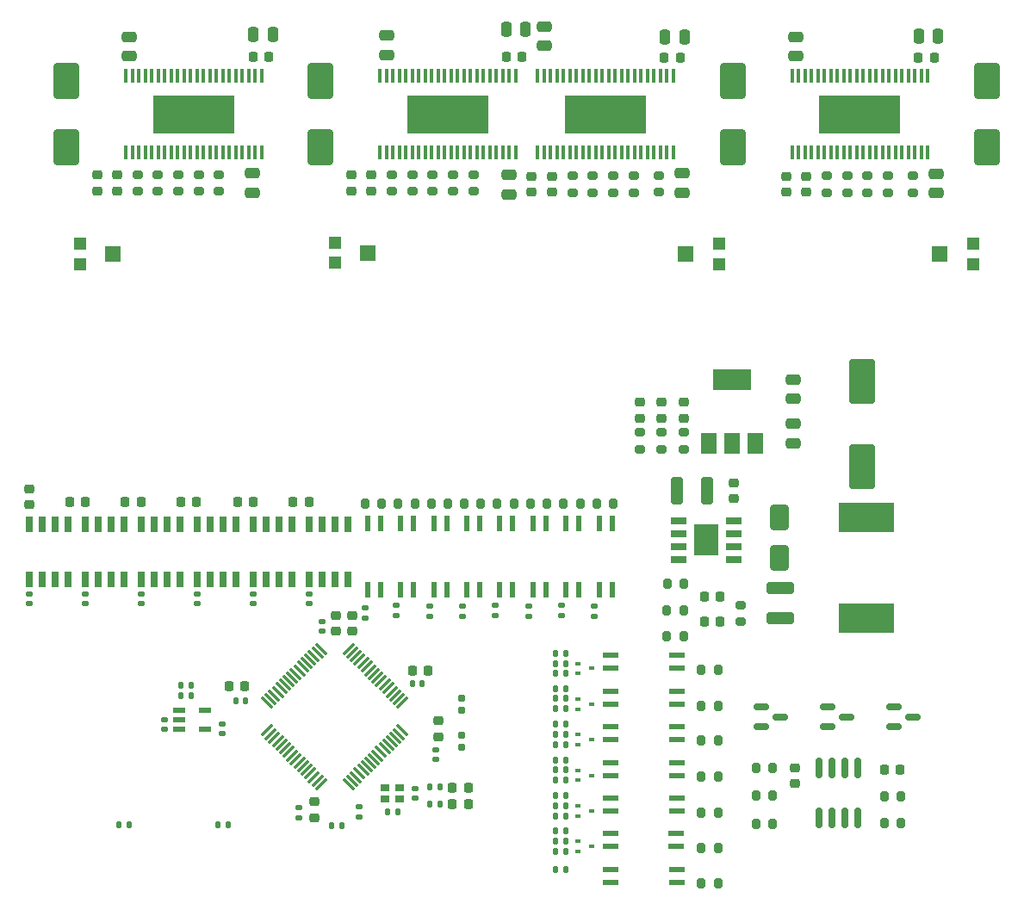
<source format=gtp>
G04 #@! TF.GenerationSoftware,KiCad,Pcbnew,7.0.8*
G04 #@! TF.CreationDate,2024-11-23T18:49:15+01:00*
G04 #@! TF.ProjectId,PCK-Controller,50434b2d-436f-46e7-9472-6f6c6c65722e,rev?*
G04 #@! TF.SameCoordinates,Original*
G04 #@! TF.FileFunction,Paste,Top*
G04 #@! TF.FilePolarity,Positive*
%FSLAX46Y46*%
G04 Gerber Fmt 4.6, Leading zero omitted, Abs format (unit mm)*
G04 Created by KiCad (PCBNEW 7.0.8) date 2024-11-23 18:49:15*
%MOMM*%
%LPD*%
G01*
G04 APERTURE LIST*
G04 Aperture macros list*
%AMRoundRect*
0 Rectangle with rounded corners*
0 $1 Rounding radius*
0 $2 $3 $4 $5 $6 $7 $8 $9 X,Y pos of 4 corners*
0 Add a 4 corners polygon primitive as box body*
4,1,4,$2,$3,$4,$5,$6,$7,$8,$9,$2,$3,0*
0 Add four circle primitives for the rounded corners*
1,1,$1+$1,$2,$3*
1,1,$1+$1,$4,$5*
1,1,$1+$1,$6,$7*
1,1,$1+$1,$8,$9*
0 Add four rect primitives between the rounded corners*
20,1,$1+$1,$2,$3,$4,$5,0*
20,1,$1+$1,$4,$5,$6,$7,0*
20,1,$1+$1,$6,$7,$8,$9,0*
20,1,$1+$1,$8,$9,$2,$3,0*%
G04 Aperture macros list end*
%ADD10RoundRect,0.218750X-0.256250X0.218750X-0.256250X-0.218750X0.256250X-0.218750X0.256250X0.218750X0*%
%ADD11RoundRect,0.137500X0.662500X0.137500X-0.662500X0.137500X-0.662500X-0.137500X0.662500X-0.137500X0*%
%ADD12RoundRect,0.250000X1.100000X-0.325000X1.100000X0.325000X-1.100000X0.325000X-1.100000X-0.325000X0*%
%ADD13RoundRect,0.135000X-0.135000X-0.185000X0.135000X-0.185000X0.135000X0.185000X-0.135000X0.185000X0*%
%ADD14RoundRect,0.200000X-0.275000X0.200000X-0.275000X-0.200000X0.275000X-0.200000X0.275000X0.200000X0*%
%ADD15RoundRect,0.200000X0.200000X0.275000X-0.200000X0.275000X-0.200000X-0.275000X0.200000X-0.275000X0*%
%ADD16RoundRect,0.225000X0.225000X0.250000X-0.225000X0.250000X-0.225000X-0.250000X0.225000X-0.250000X0*%
%ADD17RoundRect,0.160000X0.160000X-0.197500X0.160000X0.197500X-0.160000X0.197500X-0.160000X-0.197500X0*%
%ADD18R,0.435000X1.475000*%
%ADD19R,8.000000X3.800000*%
%ADD20RoundRect,0.140000X-0.170000X0.140000X-0.170000X-0.140000X0.170000X-0.140000X0.170000X0.140000X0*%
%ADD21RoundRect,0.135000X-0.185000X0.135000X-0.185000X-0.135000X0.185000X-0.135000X0.185000X0.135000X0*%
%ADD22RoundRect,0.250000X-0.475000X0.250000X-0.475000X-0.250000X0.475000X-0.250000X0.475000X0.250000X0*%
%ADD23R,1.500000X2.000000*%
%ADD24R,3.800000X2.000000*%
%ADD25RoundRect,0.250000X-0.325000X-1.100000X0.325000X-1.100000X0.325000X1.100000X-0.325000X1.100000X0*%
%ADD26RoundRect,0.250000X-0.650000X1.000000X-0.650000X-1.000000X0.650000X-1.000000X0.650000X1.000000X0*%
%ADD27RoundRect,0.250000X0.250000X0.475000X-0.250000X0.475000X-0.250000X-0.475000X0.250000X-0.475000X0*%
%ADD28RoundRect,0.225000X-0.250000X0.225000X-0.250000X-0.225000X0.250000X-0.225000X0.250000X0.225000X0*%
%ADD29RoundRect,0.150000X0.150000X-0.825000X0.150000X0.825000X-0.150000X0.825000X-0.150000X-0.825000X0*%
%ADD30R,1.525000X0.650000*%
%ADD31R,2.400000X3.100000*%
%ADD32RoundRect,0.075000X0.548008X-0.441942X-0.441942X0.548008X-0.548008X0.441942X0.441942X-0.548008X0*%
%ADD33RoundRect,0.075000X0.548008X0.441942X0.441942X0.548008X-0.548008X-0.441942X-0.441942X-0.548008X0*%
%ADD34RoundRect,0.140000X-0.140000X-0.170000X0.140000X-0.170000X0.140000X0.170000X-0.140000X0.170000X0*%
%ADD35RoundRect,0.250000X0.475000X-0.250000X0.475000X0.250000X-0.475000X0.250000X-0.475000X-0.250000X0*%
%ADD36RoundRect,0.135000X0.135000X0.185000X-0.135000X0.185000X-0.135000X-0.185000X0.135000X-0.185000X0*%
%ADD37R,0.650000X1.528000*%
%ADD38R,1.200000X1.200000*%
%ADD39R,1.500000X1.600000*%
%ADD40RoundRect,0.200000X0.275000X-0.200000X0.275000X0.200000X-0.275000X0.200000X-0.275000X-0.200000X0*%
%ADD41RoundRect,0.200000X-0.200000X-0.275000X0.200000X-0.275000X0.200000X0.275000X-0.200000X0.275000X0*%
%ADD42RoundRect,0.250000X-1.000000X1.950000X-1.000000X-1.950000X1.000000X-1.950000X1.000000X1.950000X0*%
%ADD43RoundRect,0.137500X-0.137500X0.662500X-0.137500X-0.662500X0.137500X-0.662500X0.137500X0.662500X0*%
%ADD44RoundRect,0.137500X-0.662500X-0.137500X0.662500X-0.137500X0.662500X0.137500X-0.662500X0.137500X0*%
%ADD45R,0.510000X0.400000*%
%ADD46RoundRect,0.250000X-1.000000X1.500000X-1.000000X-1.500000X1.000000X-1.500000X1.000000X1.500000X0*%
%ADD47RoundRect,0.140000X0.170000X-0.140000X0.170000X0.140000X-0.170000X0.140000X-0.170000X-0.140000X0*%
%ADD48RoundRect,0.218750X0.218750X0.256250X-0.218750X0.256250X-0.218750X-0.256250X0.218750X-0.256250X0*%
%ADD49RoundRect,0.225000X0.250000X-0.225000X0.250000X0.225000X-0.250000X0.225000X-0.250000X-0.225000X0*%
%ADD50RoundRect,0.225000X-0.225000X-0.250000X0.225000X-0.250000X0.225000X0.250000X-0.225000X0.250000X0*%
%ADD51RoundRect,0.160000X-0.160000X0.197500X-0.160000X-0.197500X0.160000X-0.197500X0.160000X0.197500X0*%
%ADD52RoundRect,0.140000X0.140000X0.170000X-0.140000X0.170000X-0.140000X-0.170000X0.140000X-0.170000X0*%
%ADD53R,5.400000X2.900000*%
%ADD54RoundRect,0.150000X-0.587500X-0.150000X0.587500X-0.150000X0.587500X0.150000X-0.587500X0.150000X0*%
%ADD55RoundRect,0.250000X-0.250000X-0.475000X0.250000X-0.475000X0.250000X0.475000X-0.250000X0.475000X0*%
%ADD56R,0.900000X0.800000*%
%ADD57R,1.200000X0.600000*%
G04 APERTURE END LIST*
D10*
X161086800Y-95826100D03*
X161086800Y-97401100D03*
D11*
X164743200Y-143078200D03*
X164743200Y-141808200D03*
X158243200Y-141808200D03*
X158243200Y-143078200D03*
D12*
X174955200Y-117045000D03*
X174955200Y-114095000D03*
D13*
X152804400Y-131000000D03*
X153824400Y-131000000D03*
D14*
X142750000Y-73425000D03*
X142750000Y-75075000D03*
D15*
X135758200Y-105765600D03*
X134108200Y-105765600D03*
D16*
X122288600Y-123748800D03*
X120738600Y-123748800D03*
D17*
X143588646Y-129722440D03*
X143588646Y-128527440D03*
D16*
X165087600Y-61914400D03*
X163537600Y-61914400D03*
D18*
X164418000Y-63712000D03*
X163782000Y-63712000D03*
X163148000Y-63712000D03*
X162512000Y-63712000D03*
X161878000Y-63712000D03*
X161242000Y-63712000D03*
X160608000Y-63712000D03*
X159972000Y-63712000D03*
X159338000Y-63712000D03*
X158702000Y-63712000D03*
X158068000Y-63712000D03*
X157432000Y-63712000D03*
X156798000Y-63712000D03*
X156162000Y-63712000D03*
X155528000Y-63712000D03*
X154892000Y-63712000D03*
X154258000Y-63712000D03*
X153622000Y-63712000D03*
X152988000Y-63712000D03*
X152352000Y-63712000D03*
X151718000Y-63712000D03*
X151082000Y-63712000D03*
X151082000Y-71288000D03*
X151718000Y-71288000D03*
X152352000Y-71288000D03*
X152988000Y-71288000D03*
X153622000Y-71288000D03*
X154258000Y-71288000D03*
X154892000Y-71288000D03*
X155528000Y-71288000D03*
X156162000Y-71288000D03*
X156798000Y-71288000D03*
X157432000Y-71288000D03*
X158068000Y-71288000D03*
X158702000Y-71288000D03*
X159338000Y-71288000D03*
X159972000Y-71288000D03*
X160608000Y-71288000D03*
X161242000Y-71288000D03*
X161878000Y-71288000D03*
X162512000Y-71288000D03*
X163148000Y-71288000D03*
X163782000Y-71288000D03*
X164418000Y-71288000D03*
D19*
X157750000Y-67500000D03*
D16*
X123101400Y-105664000D03*
X121551400Y-105664000D03*
D20*
X141032199Y-130007341D03*
X141032199Y-130967341D03*
D21*
X134112000Y-116025200D03*
X134112000Y-117045200D03*
D16*
X112077800Y-105664000D03*
X110527800Y-105664000D03*
D22*
X176229719Y-93573632D03*
X176229719Y-95473632D03*
D13*
X140460000Y-133690332D03*
X141480000Y-133690332D03*
D23*
X167895600Y-99872800D03*
X170195600Y-99872800D03*
D24*
X170195600Y-93572800D03*
D23*
X172495600Y-99872800D03*
D15*
X152004600Y-105765600D03*
X150354600Y-105765600D03*
D14*
X119750000Y-73425000D03*
X119750000Y-75075000D03*
D25*
X164742600Y-104495600D03*
X167692600Y-104495600D03*
D21*
X156666000Y-115828600D03*
X156666000Y-116848600D03*
D14*
X111750000Y-73425000D03*
X111750000Y-75075000D03*
D26*
X174802800Y-107169200D03*
X174802800Y-111169200D03*
D27*
X190434000Y-59842400D03*
X188534000Y-59842400D03*
D14*
X179500000Y-73550000D03*
X179500000Y-75200000D03*
D16*
X149542800Y-61889000D03*
X147992800Y-61889000D03*
D28*
X129082800Y-135115000D03*
X129082800Y-136665000D03*
D29*
X178714400Y-136725200D03*
X179984400Y-136725200D03*
X181254400Y-136725200D03*
X182524400Y-136725200D03*
X182524400Y-131775200D03*
X181254400Y-131775200D03*
X179984400Y-131775200D03*
X178714400Y-131775200D03*
D30*
X164928000Y-107467400D03*
X164928000Y-108737400D03*
X164928000Y-110007400D03*
X164928000Y-111277400D03*
X170352000Y-111277400D03*
X170352000Y-110007400D03*
X170352000Y-108737400D03*
X170352000Y-107467400D03*
D31*
X167640000Y-109372400D03*
D32*
X132495731Y-133394481D03*
X132849284Y-133040928D03*
X133202837Y-132687375D03*
X133556391Y-132333821D03*
X133909944Y-131980268D03*
X134263498Y-131626714D03*
X134617051Y-131273161D03*
X134970604Y-130919608D03*
X135324158Y-130566054D03*
X135677711Y-130212501D03*
X136031264Y-129858948D03*
X136384818Y-129505394D03*
X136738371Y-129151841D03*
X137091925Y-128798287D03*
X137445478Y-128444734D03*
X137799031Y-128091181D03*
D33*
X137799031Y-125368819D03*
X137445478Y-125015266D03*
X137091925Y-124661713D03*
X136738371Y-124308159D03*
X136384818Y-123954606D03*
X136031264Y-123601052D03*
X135677711Y-123247499D03*
X135324158Y-122893946D03*
X134970604Y-122540392D03*
X134617051Y-122186839D03*
X134263498Y-121833286D03*
X133909944Y-121479732D03*
X133556391Y-121126179D03*
X133202837Y-120772625D03*
X132849284Y-120419072D03*
X132495731Y-120065519D03*
D32*
X129773369Y-120065519D03*
X129419816Y-120419072D03*
X129066263Y-120772625D03*
X128712709Y-121126179D03*
X128359156Y-121479732D03*
X128005602Y-121833286D03*
X127652049Y-122186839D03*
X127298496Y-122540392D03*
X126944942Y-122893946D03*
X126591389Y-123247499D03*
X126237836Y-123601052D03*
X125884282Y-123954606D03*
X125530729Y-124308159D03*
X125177175Y-124661713D03*
X124823622Y-125015266D03*
X124470069Y-125368819D03*
D33*
X124470069Y-128091181D03*
X124823622Y-128444734D03*
X125177175Y-128798287D03*
X125530729Y-129151841D03*
X125884282Y-129505394D03*
X126237836Y-129858948D03*
X126591389Y-130212501D03*
X126944942Y-130566054D03*
X127298496Y-130919608D03*
X127652049Y-131273161D03*
X128005602Y-131626714D03*
X128359156Y-131980268D03*
X128712709Y-132333821D03*
X129066263Y-132687375D03*
X129419816Y-133040928D03*
X129773369Y-133394481D03*
D20*
X127609600Y-135714800D03*
X127609600Y-136674800D03*
D34*
X138759486Y-123479166D03*
X139719486Y-123479166D03*
D27*
X165491200Y-59893200D03*
X163591200Y-59893200D03*
D35*
X148285200Y-75372000D03*
X148285200Y-73472000D03*
D36*
X153824400Y-121500000D03*
X152804400Y-121500000D03*
D37*
X112095000Y-113211000D03*
X113365000Y-113211000D03*
X114635000Y-113211000D03*
X115905000Y-113211000D03*
X115905000Y-107789000D03*
X114635000Y-107789000D03*
X113365000Y-107789000D03*
X112095000Y-107789000D03*
D38*
X193859000Y-82229200D03*
D39*
X190609000Y-81229200D03*
D38*
X193859000Y-80229200D03*
D40*
X113750000Y-75075000D03*
X113750000Y-73425000D03*
D41*
X172555400Y-137261600D03*
X174205400Y-137261600D03*
D37*
X117595000Y-113211000D03*
X118865000Y-113211000D03*
X120135000Y-113211000D03*
X121405000Y-113211000D03*
X121405000Y-107789000D03*
X120135000Y-107789000D03*
X118865000Y-107789000D03*
X117595000Y-107789000D03*
D27*
X125029000Y-59690000D03*
X123129000Y-59690000D03*
D14*
X117750000Y-73425000D03*
X117750000Y-75075000D03*
D42*
X182930800Y-93793200D03*
X182930800Y-102193200D03*
D43*
X135635000Y-107750000D03*
X134365000Y-107750000D03*
X134365000Y-114250000D03*
X135635000Y-114250000D03*
D28*
X109750000Y-73475000D03*
X109750000Y-75025000D03*
X134750000Y-73475000D03*
X134750000Y-75025000D03*
D44*
X158243200Y-131241800D03*
X158243200Y-132511800D03*
X164743200Y-132511800D03*
X164743200Y-131241800D03*
D20*
X117602000Y-114672800D03*
X117602000Y-115632800D03*
X128600200Y-114672800D03*
X128600200Y-115632800D03*
D45*
X155057000Y-128500000D03*
X155057000Y-129500000D03*
X156347000Y-129000000D03*
D43*
X148635000Y-107750000D03*
X147365000Y-107750000D03*
X147365000Y-114250000D03*
X148635000Y-114250000D03*
D35*
X176428400Y-61772200D03*
X176428400Y-59872200D03*
D46*
X129750000Y-64250000D03*
X129750000Y-70750000D03*
D45*
X155057000Y-138996800D03*
X155057000Y-139996800D03*
X156347000Y-139496800D03*
D36*
X153824400Y-138988800D03*
X152804400Y-138988800D03*
D28*
X132839846Y-116776200D03*
X132839846Y-118326200D03*
D36*
X153824400Y-131978400D03*
X152804400Y-131978400D03*
D45*
X155063990Y-132010946D03*
X155063990Y-133010946D03*
X156353990Y-132510946D03*
D13*
X152804400Y-140004800D03*
X153824400Y-140004800D03*
D41*
X163767000Y-116281200D03*
X165417000Y-116281200D03*
D14*
X140750000Y-73425000D03*
X140750000Y-75075000D03*
D18*
X148918000Y-63712000D03*
X148282000Y-63712000D03*
X147648000Y-63712000D03*
X147012000Y-63712000D03*
X146378000Y-63712000D03*
X145742000Y-63712000D03*
X145108000Y-63712000D03*
X144472000Y-63712000D03*
X143838000Y-63712000D03*
X143202000Y-63712000D03*
X142568000Y-63712000D03*
X141932000Y-63712000D03*
X141298000Y-63712000D03*
X140662000Y-63712000D03*
X140028000Y-63712000D03*
X139392000Y-63712000D03*
X138758000Y-63712000D03*
X138122000Y-63712000D03*
X137488000Y-63712000D03*
X136852000Y-63712000D03*
X136218000Y-63712000D03*
X135582000Y-63712000D03*
X135582000Y-71288000D03*
X136218000Y-71288000D03*
X136852000Y-71288000D03*
X137488000Y-71288000D03*
X138122000Y-71288000D03*
X138758000Y-71288000D03*
X139392000Y-71288000D03*
X140028000Y-71288000D03*
X140662000Y-71288000D03*
X141298000Y-71288000D03*
X141932000Y-71288000D03*
X142568000Y-71288000D03*
X143202000Y-71288000D03*
X143838000Y-71288000D03*
X144472000Y-71288000D03*
X145108000Y-71288000D03*
X145742000Y-71288000D03*
X146378000Y-71288000D03*
X147012000Y-71288000D03*
X147648000Y-71288000D03*
X148282000Y-71288000D03*
X148918000Y-71288000D03*
D19*
X142250000Y-67500000D03*
D21*
X137158800Y-115803200D03*
X137158800Y-116823200D03*
D28*
X177500000Y-73600000D03*
X177500000Y-75150000D03*
D15*
X155255800Y-105765600D03*
X153605800Y-105765600D03*
D41*
X167175000Y-136150000D03*
X168825000Y-136150000D03*
D21*
X140435400Y-115828600D03*
X140435400Y-116848600D03*
D20*
X106578400Y-114672800D03*
X106578400Y-115632800D03*
D40*
X161086800Y-100443800D03*
X161086800Y-98793800D03*
D38*
X131118200Y-80127600D03*
D39*
X134368200Y-81127600D03*
D38*
X131118200Y-82127600D03*
D41*
X185153800Y-137210800D03*
X186803800Y-137210800D03*
D47*
X129911031Y-118318073D03*
X129911031Y-117358073D03*
D15*
X168825000Y-139650000D03*
X167175000Y-139650000D03*
D44*
X158243200Y-127736600D03*
X158243200Y-129006600D03*
X164743200Y-129006600D03*
X164743200Y-127736600D03*
D41*
X167175000Y-132650000D03*
X168825000Y-132650000D03*
D43*
X151885000Y-107750000D03*
X150615000Y-107750000D03*
X150615000Y-114250000D03*
X151885000Y-114250000D03*
D13*
X152804400Y-132994400D03*
X153824400Y-132994400D03*
D10*
X163271200Y-95826100D03*
X163271200Y-97401100D03*
D13*
X152804400Y-120497600D03*
X153824400Y-120497600D03*
D48*
X144246700Y-133692372D03*
X142671700Y-133692372D03*
D14*
X136750000Y-73425000D03*
X136750000Y-75075000D03*
D15*
X168825000Y-143150000D03*
X167175000Y-143150000D03*
D20*
X138988800Y-133784400D03*
X138988800Y-134744400D03*
D14*
X188000000Y-73550000D03*
X188000000Y-75200000D03*
D28*
X175500000Y-73600000D03*
X175500000Y-75150000D03*
D49*
X141308507Y-128702605D03*
X141308507Y-127152605D03*
D44*
X158221562Y-138247620D03*
X158221562Y-139517620D03*
X164721562Y-139517620D03*
X164721562Y-138247620D03*
D41*
X167175000Y-122145000D03*
X168825000Y-122145000D03*
D37*
X101095000Y-113211000D03*
X102365000Y-113211000D03*
X103635000Y-113211000D03*
X104905000Y-113211000D03*
X104905000Y-107789000D03*
X103635000Y-107789000D03*
X102365000Y-107789000D03*
X101095000Y-107789000D03*
D44*
X158237591Y-134717837D03*
X158237591Y-135987837D03*
X164737591Y-135987837D03*
X164737591Y-134717837D03*
D36*
X131828000Y-137464800D03*
X130808000Y-137464800D03*
D34*
X136348672Y-136144000D03*
X137308672Y-136144000D03*
D50*
X185153000Y-131927600D03*
X186703000Y-131927600D03*
D43*
X155135000Y-107750000D03*
X153865000Y-107750000D03*
X153865000Y-114250000D03*
X155135000Y-114250000D03*
D22*
X190246000Y-73370400D03*
X190246000Y-75270400D03*
D10*
X165455600Y-95826100D03*
X165455600Y-97401100D03*
D15*
X145503400Y-105765600D03*
X143853400Y-105765600D03*
D20*
X120091200Y-127434400D03*
X120091200Y-128394400D03*
D13*
X152804400Y-129489200D03*
X153824400Y-129489200D03*
X152804400Y-134500000D03*
X153824400Y-134500000D03*
D15*
X158508200Y-105765600D03*
X156858200Y-105765600D03*
D22*
X165250000Y-73300000D03*
X165250000Y-75200000D03*
D43*
X142135000Y-107750000D03*
X140865000Y-107750000D03*
X140865000Y-114250000D03*
X142135000Y-114250000D03*
D35*
X110947200Y-61772200D03*
X110947200Y-59872200D03*
D28*
X176326800Y-131798800D03*
X176326800Y-133348800D03*
D40*
X163271200Y-100443800D03*
X163271200Y-98793800D03*
D51*
X143582067Y-124918391D03*
X143582067Y-126113391D03*
D45*
X155057000Y-121500000D03*
X155057000Y-122500000D03*
X156347000Y-122000000D03*
D16*
X190055800Y-61925200D03*
X188505800Y-61925200D03*
D13*
X152804400Y-124000000D03*
X153824400Y-124000000D03*
D46*
X170250000Y-64250000D03*
X170250000Y-70750000D03*
D52*
X122377785Y-125222000D03*
X121417785Y-125222000D03*
D36*
X153824400Y-124968000D03*
X152804400Y-124968000D03*
D45*
X155057000Y-125000000D03*
X155057000Y-126000000D03*
X156347000Y-125500000D03*
X155057000Y-135491600D03*
X155057000Y-136491600D03*
X156347000Y-135991600D03*
D40*
X156500000Y-75200000D03*
X156500000Y-73550000D03*
D13*
X152804400Y-122478800D03*
X153824400Y-122478800D03*
D46*
X195250000Y-64250000D03*
X195250000Y-70750000D03*
D43*
X138885000Y-107750000D03*
X137615000Y-107750000D03*
X137615000Y-114250000D03*
X138885000Y-114250000D03*
D16*
X124625400Y-61889000D03*
X123075400Y-61889000D03*
D41*
X167175000Y-125650000D03*
X168825000Y-125650000D03*
D14*
X170992800Y-115761000D03*
X170992800Y-117411000D03*
D41*
X163817800Y-113690400D03*
X165467800Y-113690400D03*
D16*
X169024600Y-114960400D03*
X167474600Y-114960400D03*
D20*
X133502400Y-135613200D03*
X133502400Y-136573200D03*
D15*
X174205400Y-131826000D03*
X172555400Y-131826000D03*
D36*
X116994400Y-123698000D03*
X115974400Y-123698000D03*
D53*
X183388000Y-107165600D03*
X183388000Y-117065600D03*
D13*
X140460000Y-135331200D03*
X141480000Y-135331200D03*
D14*
X163000000Y-73495400D03*
X163000000Y-75145400D03*
X154500000Y-73550000D03*
X154500000Y-75200000D03*
D28*
X152500000Y-73600000D03*
X152500000Y-75150000D03*
D16*
X117564200Y-105664000D03*
X116014200Y-105664000D03*
D50*
X138773688Y-122255516D03*
X140323688Y-122255516D03*
D44*
X158243200Y-120726200D03*
X158243200Y-121996200D03*
X164743200Y-121996200D03*
X164743200Y-120726200D03*
D13*
X152804400Y-141803344D03*
X153824400Y-141803344D03*
D28*
X132750000Y-73475000D03*
X132750000Y-75025000D03*
D13*
X152804400Y-125984000D03*
X153824400Y-125984000D03*
D48*
X144246700Y-135331200D03*
X142671700Y-135331200D03*
D15*
X138999800Y-105765600D03*
X137349800Y-105765600D03*
X165417000Y-118872000D03*
X163767000Y-118872000D03*
D14*
X183500000Y-73550000D03*
X183500000Y-75200000D03*
D41*
X172555400Y-134518400D03*
X174205400Y-134518400D03*
D43*
X145385000Y-107750000D03*
X144115000Y-107750000D03*
X144115000Y-114250000D03*
X145385000Y-114250000D03*
D38*
X168882800Y-82243800D03*
D39*
X165632800Y-81243800D03*
D38*
X168882800Y-80243800D03*
D14*
X160500000Y-73550000D03*
X160500000Y-75200000D03*
D36*
X110898400Y-137363200D03*
X109878400Y-137363200D03*
D54*
X186062500Y-125800000D03*
X186062500Y-127700000D03*
X187937500Y-126750000D03*
D14*
X158500000Y-73550000D03*
X158500000Y-75200000D03*
D35*
X151688800Y-60792400D03*
X151688800Y-58892400D03*
D18*
X189418000Y-63712000D03*
X188782000Y-63712000D03*
X188148000Y-63712000D03*
X187512000Y-63712000D03*
X186878000Y-63712000D03*
X186242000Y-63712000D03*
X185608000Y-63712000D03*
X184972000Y-63712000D03*
X184338000Y-63712000D03*
X183702000Y-63712000D03*
X183068000Y-63712000D03*
X182432000Y-63712000D03*
X181798000Y-63712000D03*
X181162000Y-63712000D03*
X180528000Y-63712000D03*
X179892000Y-63712000D03*
X179258000Y-63712000D03*
X178622000Y-63712000D03*
X177988000Y-63712000D03*
X177352000Y-63712000D03*
X176718000Y-63712000D03*
X176082000Y-63712000D03*
X176082000Y-71288000D03*
X176718000Y-71288000D03*
X177352000Y-71288000D03*
X177988000Y-71288000D03*
X178622000Y-71288000D03*
X179258000Y-71288000D03*
X179892000Y-71288000D03*
X180528000Y-71288000D03*
X181162000Y-71288000D03*
X181798000Y-71288000D03*
X182432000Y-71288000D03*
X183068000Y-71288000D03*
X183702000Y-71288000D03*
X184338000Y-71288000D03*
X184972000Y-71288000D03*
X185608000Y-71288000D03*
X186242000Y-71288000D03*
X186878000Y-71288000D03*
X187512000Y-71288000D03*
X188148000Y-71288000D03*
X188782000Y-71288000D03*
X189418000Y-71288000D03*
D19*
X182750000Y-67500000D03*
D21*
X153414800Y-115822000D03*
X153414800Y-116842000D03*
D13*
X152804400Y-127500000D03*
X153824400Y-127500000D03*
X152804400Y-138000000D03*
X153824400Y-138000000D03*
D36*
X116994400Y-124663200D03*
X115974400Y-124663200D03*
D14*
X144750000Y-73425000D03*
X144750000Y-75075000D03*
D54*
X173062500Y-125800000D03*
X173062500Y-127700000D03*
X174937500Y-126750000D03*
D35*
X176213857Y-99835524D03*
X176213857Y-97935524D03*
D14*
X115750000Y-73425000D03*
X115750000Y-75075000D03*
D37*
X123095000Y-113211000D03*
X124365000Y-113211000D03*
X125635000Y-113211000D03*
X126905000Y-113211000D03*
X126905000Y-107789000D03*
X125635000Y-107789000D03*
X124365000Y-107789000D03*
X123095000Y-107789000D03*
D36*
X153824400Y-135483600D03*
X152804400Y-135483600D03*
D41*
X167175000Y-129082800D03*
X168825000Y-129082800D03*
D18*
X123918000Y-63712000D03*
X123282000Y-63712000D03*
X122648000Y-63712000D03*
X122012000Y-63712000D03*
X121378000Y-63712000D03*
X120742000Y-63712000D03*
X120108000Y-63712000D03*
X119472000Y-63712000D03*
X118838000Y-63712000D03*
X118202000Y-63712000D03*
X117568000Y-63712000D03*
X116932000Y-63712000D03*
X116298000Y-63712000D03*
X115662000Y-63712000D03*
X115028000Y-63712000D03*
X114392000Y-63712000D03*
X113758000Y-63712000D03*
X113122000Y-63712000D03*
X112488000Y-63712000D03*
X111852000Y-63712000D03*
X111218000Y-63712000D03*
X110582000Y-63712000D03*
X110582000Y-71288000D03*
X111218000Y-71288000D03*
X111852000Y-71288000D03*
X112488000Y-71288000D03*
X113122000Y-71288000D03*
X113758000Y-71288000D03*
X114392000Y-71288000D03*
X115028000Y-71288000D03*
X115662000Y-71288000D03*
X116298000Y-71288000D03*
X116932000Y-71288000D03*
X117568000Y-71288000D03*
X118202000Y-71288000D03*
X118838000Y-71288000D03*
X119472000Y-71288000D03*
X120108000Y-71288000D03*
X120742000Y-71288000D03*
X121378000Y-71288000D03*
X122012000Y-71288000D03*
X122648000Y-71288000D03*
X123282000Y-71288000D03*
X123918000Y-71288000D03*
D19*
X117250000Y-67500000D03*
D37*
X106595000Y-113211000D03*
X107865000Y-113211000D03*
X109135000Y-113211000D03*
X110405000Y-113211000D03*
X110405000Y-107789000D03*
X109135000Y-107789000D03*
X107865000Y-107789000D03*
X106595000Y-107789000D03*
D16*
X169024600Y-117398800D03*
X167474600Y-117398800D03*
D15*
X186803800Y-134569200D03*
X185153800Y-134569200D03*
D54*
X179562500Y-125800000D03*
X179562500Y-127700000D03*
X181437500Y-126750000D03*
D21*
X146912400Y-115822000D03*
X146912400Y-116842000D03*
D40*
X138750000Y-75075000D03*
X138750000Y-73425000D03*
D55*
X147995600Y-59131200D03*
X149895600Y-59131200D03*
D15*
X148753400Y-105765600D03*
X147103400Y-105765600D03*
D43*
X158385000Y-107750000D03*
X157115000Y-107750000D03*
X157115000Y-114250000D03*
X158385000Y-114250000D03*
D38*
X106089600Y-80218400D03*
D39*
X109339600Y-81218400D03*
D38*
X106089600Y-82218400D03*
D56*
X137504400Y-133714400D03*
X136104400Y-133714400D03*
X136104400Y-134814400D03*
X137504400Y-134814400D03*
D28*
X107750000Y-73475000D03*
X107750000Y-75025000D03*
D47*
X114350800Y-127988000D03*
X114350800Y-127028000D03*
D21*
X143686600Y-115828600D03*
X143686600Y-116848600D03*
D28*
X170383200Y-103771400D03*
X170383200Y-105321400D03*
D21*
X150163600Y-115828600D03*
X150163600Y-116848600D03*
D15*
X142251000Y-105765600D03*
X140601000Y-105765600D03*
D28*
X150500000Y-73600000D03*
X150500000Y-75150000D03*
D20*
X123088400Y-114672800D03*
X123088400Y-115632800D03*
D35*
X136194800Y-61656000D03*
X136194800Y-59756000D03*
D16*
X128587800Y-105613200D03*
X127037800Y-105613200D03*
D49*
X131236273Y-118318829D03*
X131236273Y-116768829D03*
D40*
X165455600Y-100443800D03*
X165455600Y-98793800D03*
D16*
X106591400Y-105664000D03*
X105041400Y-105664000D03*
D46*
X104750000Y-64250000D03*
X104750000Y-70750000D03*
D36*
X120652000Y-137363200D03*
X119632000Y-137363200D03*
D35*
X123000000Y-75200000D03*
X123000000Y-73300000D03*
D20*
X112090200Y-114672800D03*
X112090200Y-115632800D03*
D14*
X185500000Y-73550000D03*
X185500000Y-75200000D03*
D40*
X181500000Y-75200000D03*
X181500000Y-73550000D03*
D49*
X101092000Y-105880200D03*
X101092000Y-104330200D03*
D20*
X101090000Y-114672800D03*
X101090000Y-115632800D03*
D13*
X152804400Y-136499600D03*
X153824400Y-136499600D03*
D57*
X115844000Y-126116800D03*
X115844000Y-127066800D03*
X115844000Y-128016800D03*
X118344000Y-128016800D03*
X118344000Y-126116800D03*
D44*
X158243200Y-124231400D03*
X158243200Y-125501400D03*
X164743200Y-125501400D03*
X164743200Y-124231400D03*
D36*
X153824400Y-128473200D03*
X152804400Y-128473200D03*
D37*
X128595000Y-113211000D03*
X129865000Y-113211000D03*
X131135000Y-113211000D03*
X132405000Y-113211000D03*
X132405000Y-107789000D03*
X131135000Y-107789000D03*
X129865000Y-107789000D03*
X128595000Y-107789000D03*
M02*

</source>
